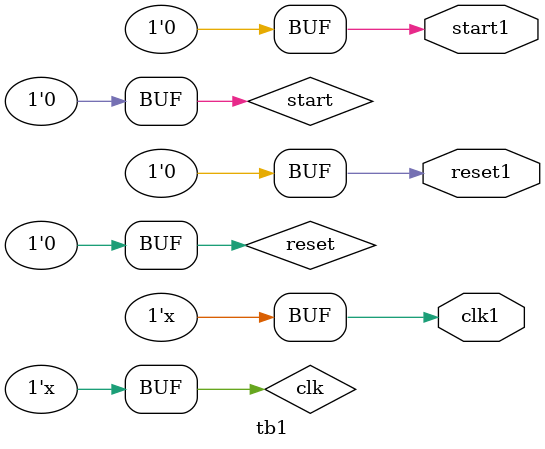
<source format=v>
module tb1(clk1,reset1,start1);
parameter width=8;

output clk1;
output reset1;
output start1;

reg clk;
reg reset;
reg start;


initial begin
clk <=0;
reset <= 0;
start <= 0;
#1 reset <= 1;
#2 reset <= 0;
#3 start <= 1;
#1 start <= 0;
#80 start <= 1;
#2 start <= 0;


end

always  #1  clk = ~clk;	 

assign start1 = start;
assign reset1 = reset;
assign clk1 = clk;

endmodule

</source>
